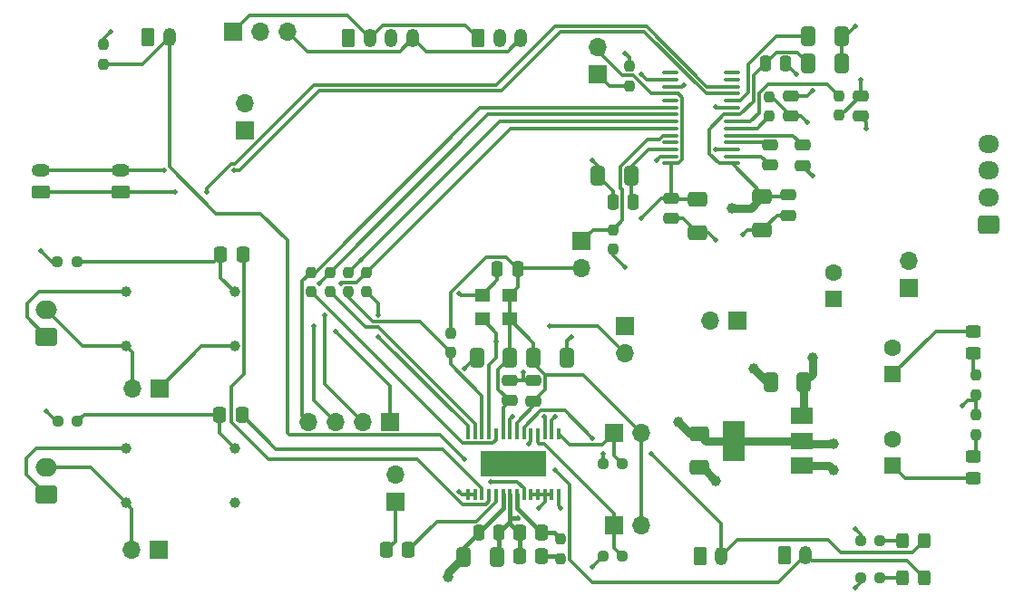
<source format=gbr>
%TF.GenerationSoftware,KiCad,Pcbnew,7.0.8*%
%TF.CreationDate,2024-11-14T21:46:59-08:00*%
%TF.ProjectId,CS8416-PCB5122,43533834-3136-42d5-9043-42353132322e,rev?*%
%TF.SameCoordinates,Original*%
%TF.FileFunction,Copper,L1,Top*%
%TF.FilePolarity,Positive*%
%FSLAX46Y46*%
G04 Gerber Fmt 4.6, Leading zero omitted, Abs format (unit mm)*
G04 Created by KiCad (PCBNEW 7.0.8) date 2024-11-14 21:46:59*
%MOMM*%
%LPD*%
G01*
G04 APERTURE LIST*
G04 Aperture macros list*
%AMRoundRect*
0 Rectangle with rounded corners*
0 $1 Rounding radius*
0 $2 $3 $4 $5 $6 $7 $8 $9 X,Y pos of 4 corners*
0 Add a 4 corners polygon primitive as box body*
4,1,4,$2,$3,$4,$5,$6,$7,$8,$9,$2,$3,0*
0 Add four circle primitives for the rounded corners*
1,1,$1+$1,$2,$3*
1,1,$1+$1,$4,$5*
1,1,$1+$1,$6,$7*
1,1,$1+$1,$8,$9*
0 Add four rect primitives between the rounded corners*
20,1,$1+$1,$2,$3,$4,$5,0*
20,1,$1+$1,$4,$5,$6,$7,0*
20,1,$1+$1,$6,$7,$8,$9,0*
20,1,$1+$1,$8,$9,$2,$3,0*%
G04 Aperture macros list end*
%TA.AperFunction,ComponentPad*%
%ADD10O,1.700000X1.700000*%
%TD*%
%TA.AperFunction,ComponentPad*%
%ADD11R,1.700000X1.700000*%
%TD*%
%TA.AperFunction,ComponentPad*%
%ADD12C,1.000000*%
%TD*%
%TA.AperFunction,SMDPad,CuDef*%
%ADD13RoundRect,0.250000X0.412500X0.650000X-0.412500X0.650000X-0.412500X-0.650000X0.412500X-0.650000X0*%
%TD*%
%TA.AperFunction,SMDPad,CuDef*%
%ADD14RoundRect,0.250000X-0.325000X-0.450000X0.325000X-0.450000X0.325000X0.450000X-0.325000X0.450000X0*%
%TD*%
%TA.AperFunction,SMDPad,CuDef*%
%ADD15RoundRect,0.250000X-0.650000X0.412500X-0.650000X-0.412500X0.650000X-0.412500X0.650000X0.412500X0*%
%TD*%
%TA.AperFunction,SMDPad,CuDef*%
%ADD16RoundRect,0.237500X0.237500X-0.250000X0.237500X0.250000X-0.237500X0.250000X-0.237500X-0.250000X0*%
%TD*%
%TA.AperFunction,ComponentPad*%
%ADD17R,1.600000X1.600000*%
%TD*%
%TA.AperFunction,ComponentPad*%
%ADD18C,1.600000*%
%TD*%
%TA.AperFunction,SMDPad,CuDef*%
%ADD19RoundRect,0.250000X-0.412500X-0.650000X0.412500X-0.650000X0.412500X0.650000X-0.412500X0.650000X0*%
%TD*%
%TA.AperFunction,SMDPad,CuDef*%
%ADD20RoundRect,0.250000X0.650000X-0.412500X0.650000X0.412500X-0.650000X0.412500X-0.650000X-0.412500X0*%
%TD*%
%TA.AperFunction,ComponentPad*%
%ADD21RoundRect,0.250000X0.725000X-0.600000X0.725000X0.600000X-0.725000X0.600000X-0.725000X-0.600000X0*%
%TD*%
%TA.AperFunction,ComponentPad*%
%ADD22O,1.950000X1.700000*%
%TD*%
%TA.AperFunction,SMDPad,CuDef*%
%ADD23R,0.400000X1.100000*%
%TD*%
%TA.AperFunction,SMDPad,CuDef*%
%ADD24R,1.542500X1.200000*%
%TD*%
%TA.AperFunction,SMDPad,CuDef*%
%ADD25RoundRect,0.237500X0.250000X0.237500X-0.250000X0.237500X-0.250000X-0.237500X0.250000X-0.237500X0*%
%TD*%
%TA.AperFunction,SMDPad,CuDef*%
%ADD26R,2.000000X1.500000*%
%TD*%
%TA.AperFunction,SMDPad,CuDef*%
%ADD27R,2.000000X3.800000*%
%TD*%
%TA.AperFunction,SMDPad,CuDef*%
%ADD28RoundRect,0.250000X-0.450000X0.325000X-0.450000X-0.325000X0.450000X-0.325000X0.450000X0.325000X0*%
%TD*%
%TA.AperFunction,SMDPad,CuDef*%
%ADD29RoundRect,0.250000X-0.337500X-0.475000X0.337500X-0.475000X0.337500X0.475000X-0.337500X0.475000X0*%
%TD*%
%TA.AperFunction,SMDPad,CuDef*%
%ADD30RoundRect,0.237500X-0.237500X0.250000X-0.237500X-0.250000X0.237500X-0.250000X0.237500X0.250000X0*%
%TD*%
%TA.AperFunction,SMDPad,CuDef*%
%ADD31RoundRect,0.237500X-0.250000X-0.237500X0.250000X-0.237500X0.250000X0.237500X-0.250000X0.237500X0*%
%TD*%
%TA.AperFunction,ComponentPad*%
%ADD32O,1.200000X1.750000*%
%TD*%
%TA.AperFunction,ComponentPad*%
%ADD33RoundRect,0.250000X-0.350000X-0.625000X0.350000X-0.625000X0.350000X0.625000X-0.350000X0.625000X0*%
%TD*%
%TA.AperFunction,SMDPad,CuDef*%
%ADD34RoundRect,0.100000X0.637500X0.100000X-0.637500X0.100000X-0.637500X-0.100000X0.637500X-0.100000X0*%
%TD*%
%TA.AperFunction,ComponentPad*%
%ADD35RoundRect,0.250000X0.750000X-0.600000X0.750000X0.600000X-0.750000X0.600000X-0.750000X-0.600000X0*%
%TD*%
%TA.AperFunction,ComponentPad*%
%ADD36O,2.000000X1.700000*%
%TD*%
%TA.AperFunction,SMDPad,CuDef*%
%ADD37RoundRect,0.250000X0.475000X-0.250000X0.475000X0.250000X-0.475000X0.250000X-0.475000X-0.250000X0*%
%TD*%
%TA.AperFunction,SMDPad,CuDef*%
%ADD38RoundRect,0.250000X0.250000X0.475000X-0.250000X0.475000X-0.250000X-0.475000X0.250000X-0.475000X0*%
%TD*%
%TA.AperFunction,ComponentPad*%
%ADD39O,1.750000X1.200000*%
%TD*%
%TA.AperFunction,ComponentPad*%
%ADD40RoundRect,0.250000X0.625000X-0.350000X0.625000X0.350000X-0.625000X0.350000X-0.625000X-0.350000X0*%
%TD*%
%TA.AperFunction,SMDPad,CuDef*%
%ADD41RoundRect,0.250000X-0.475000X0.250000X-0.475000X-0.250000X0.475000X-0.250000X0.475000X0.250000X0*%
%TD*%
%TA.AperFunction,SMDPad,CuDef*%
%ADD42RoundRect,0.250000X-0.250000X-0.475000X0.250000X-0.475000X0.250000X0.475000X-0.250000X0.475000X0*%
%TD*%
%TA.AperFunction,SMDPad,CuDef*%
%ADD43RoundRect,0.250000X0.450000X-0.325000X0.450000X0.325000X-0.450000X0.325000X-0.450000X-0.325000X0*%
%TD*%
%TA.AperFunction,SMDPad,CuDef*%
%ADD44R,1.400000X1.200000*%
%TD*%
%TA.AperFunction,ViaPad*%
%ADD45C,0.500000*%
%TD*%
%TA.AperFunction,ViaPad*%
%ADD46C,1.000000*%
%TD*%
%TA.AperFunction,Conductor*%
%ADD47C,0.300000*%
%TD*%
%TA.AperFunction,Conductor*%
%ADD48C,0.400000*%
%TD*%
%TA.AperFunction,Conductor*%
%ADD49C,0.800000*%
%TD*%
G04 APERTURE END LIST*
D10*
%TO.P,J11,2,Pin_2*%
%TO.N,3V3*%
X107513748Y-114215000D03*
D11*
%TO.P,J11,1,Pin_1*%
%TO.N,Net-(J11-Pin_1)*%
X107513748Y-116755000D03*
%TD*%
D12*
%TO.P,T2,1,AA*%
%TO.N,SPDIF2_IN*%
X63433748Y-151715000D03*
%TO.P,T2,2,AB*%
%TO.N,SPDIF2_GND*%
X63433748Y-156795000D03*
%TO.P,T2,3,SA*%
%TO.N,AGND*%
X73593748Y-156795000D03*
%TO.P,T2,4,SB*%
%TO.N,SPDIF2*%
X73593748Y-151715000D03*
%TD*%
D13*
%TO.P,C18,2*%
%TO.N,GND*%
X107513748Y-126255000D03*
%TO.P,C18,1*%
%TO.N,Net-(U2-LDOO)*%
X110638748Y-126255000D03*
%TD*%
D14*
%TO.P,D3,1,K*%
%TO.N,Net-(D3-K)*%
X135901248Y-160355000D03*
%TO.P,D3,2,A*%
%TO.N,GPO0*%
X137951248Y-160355000D03*
%TD*%
D11*
%TO.P,J14,1,Pin_1*%
%TO.N,I2S_DATA*%
X88093748Y-149255000D03*
D10*
%TO.P,J14,2,Pin_2*%
%TO.N,I2S_LRCLK*%
X85553748Y-149255000D03*
%TO.P,J14,3,Pin_3*%
%TO.N,I2S_BCLK*%
X83013748Y-149255000D03*
%TO.P,J14,4,Pin_4*%
%TO.N,I2S_SCLK*%
X80473748Y-149255000D03*
%TD*%
D15*
%TO.P,C13,2*%
%TO.N,GND*%
X122833748Y-131331248D03*
%TO.P,C13,1*%
%TO.N,3V3A*%
X122833748Y-128206248D03*
%TD*%
D16*
%TO.P,R2,2*%
%TO.N,Net-(D2-K)*%
X142778748Y-144850834D03*
%TO.P,R2,1*%
%TO.N,GND*%
X142778748Y-146675834D03*
%TD*%
D13*
%TO.P,C21,1*%
%TO.N,GND*%
X104608748Y-143205000D03*
%TO.P,C21,2*%
%TO.N,3V3*%
X101483748Y-143205000D03*
%TD*%
D11*
%TO.P,J13,1,Pin_1*%
%TO.N,GND*%
X110013748Y-140255000D03*
D10*
%TO.P,J13,2,Pin_2*%
%TO.N,OMCK*%
X110013748Y-142795000D03*
%TD*%
%TO.P,J4,3,Pin_3*%
%TO.N,OUTR*%
X78568748Y-112755000D03*
%TO.P,J4,2,Pin_2*%
%TO.N,AGND*%
X76028748Y-112755000D03*
D11*
%TO.P,J4,1,Pin_1*%
%TO.N,OUTL*%
X73488748Y-112755000D03*
%TD*%
D17*
%TO.P,C14,1*%
%TO.N,3V3A*%
X135013748Y-153337379D03*
D18*
%TO.P,C14,2*%
%TO.N,GND*%
X135013748Y-150837379D03*
%TD*%
D19*
%TO.P,C22,1*%
%TO.N,GND*%
X96183748Y-143205000D03*
%TO.P,C22,2*%
%TO.N,3V3*%
X99308748Y-143205000D03*
%TD*%
D20*
%TO.P,C7,2*%
%TO.N,3V3A*%
X116979036Y-150382343D03*
%TO.P,C7,1*%
%TO.N,GND*%
X116979036Y-153507343D03*
%TD*%
D19*
%TO.P,C2,2*%
%TO.N,5V*%
X126741536Y-145544843D03*
%TO.P,C2,1*%
%TO.N,GND*%
X123616536Y-145544843D03*
%TD*%
D21*
%TO.P,J6,1,Pin_1*%
%TO.N,unconnected-(J6-Pin_1-Pad1)*%
X144013748Y-130755000D03*
D22*
%TO.P,J6,2,Pin_2*%
%TO.N,3V3*%
X144013748Y-128255000D03*
%TO.P,J6,3,Pin_3*%
%TO.N,GND*%
X144013748Y-125755000D03*
%TO.P,J6,4,Pin_4*%
%TO.N,5V*%
X144013748Y-123255000D03*
%TD*%
D23*
%TO.P,U3,1,RXP3*%
%TO.N,AGND*%
X95387050Y-156018110D03*
%TO.P,U3,2,RXP2*%
X96037050Y-156018110D03*
%TO.P,U3,3,RXP1*%
%TO.N,Net-(U3-RXP1)*%
X96687050Y-156018110D03*
%TO.P,U3,4,RXP0*%
%TO.N,Net-(U3-RXP0)*%
X97337050Y-156018110D03*
%TO.P,U3,5,RXN*%
%TO.N,Net-(U3-RXN)*%
X97987050Y-156018110D03*
%TO.P,U3,6,VA*%
%TO.N,3V3A*%
X98637050Y-156018110D03*
%TO.P,U3,7,AGND*%
%TO.N,AGND*%
X99287050Y-156018110D03*
%TO.P,U3,8,FILT*%
%TO.N,Net-(U3-FILT)*%
X99937050Y-156018110D03*
%TO.P,U3,9,~{RESET}*%
%TO.N,RESET*%
X100587050Y-156018110D03*
%TO.P,U3,10,RXP4/RXSEL1*%
%TO.N,AGND*%
X101237050Y-156018110D03*
%TO.P,U3,11,RXP5/RXSEL0*%
X101887050Y-156018110D03*
%TO.P,U3,12,RXP6/TXSEL1*%
X102537050Y-156018110D03*
%TO.P,U3,13,RXP7/TXSEL0*%
X103187050Y-156018110D03*
%TO.P,U3,14,AD0/~{CS}/NV/RERR*%
%TO.N,GND*%
X103837050Y-156018110D03*
%TO.P,U3,15,AD1/CDIN/~{AUDIO}*%
%TO.N,Net-(J15-Pin_1)*%
X103837050Y-150318110D03*
%TO.P,U3,16,SCL/CCLK/96KHZ*%
%TO.N,SCL*%
X103187050Y-150318110D03*
%TO.P,U3,17,SDA/CDOUT/RCBL*%
%TO.N,SDA*%
X102537050Y-150318110D03*
%TO.P,U3,18,U/AD2/GPO2*%
%TO.N,Net-(J18-Pin_1)*%
X101887050Y-150318110D03*
%TO.P,U3,19,C/GPO1*%
%TO.N,GPO1*%
X101237050Y-150318110D03*
%TO.P,U3,20,TX/GPO0*%
%TO.N,GPO0*%
X100587050Y-150318110D03*
%TO.P,U3,21,VL*%
%TO.N,3V3*%
X99937050Y-150318110D03*
%TO.P,U3,22,DGND*%
%TO.N,GND*%
X99287050Y-150318110D03*
%TO.P,U3,23,VD*%
%TO.N,3V3*%
X98637050Y-150318110D03*
%TO.P,U3,24,RMCK*%
%TO.N,Net-(U3-RMCK)*%
X97987050Y-150318110D03*
%TO.P,U3,25,OMCK*%
%TO.N,OMCK*%
X97337050Y-150318110D03*
%TO.P,U3,26,SDOUT*%
%TO.N,Net-(U3-SDOUT)*%
X96687050Y-150318110D03*
%TO.P,U3,27,OSCLK*%
%TO.N,Net-(U3-OSCLK)*%
X96037050Y-150318110D03*
%TO.P,U3,28,OLRCK*%
%TO.N,Net-(U3-OLRCK)*%
X95387050Y-150318110D03*
D24*
%TO.P,U3,29*%
%TO.N,N/C*%
X97298300Y-153768110D03*
X98840800Y-153768110D03*
X100383300Y-153768110D03*
X101925800Y-153768110D03*
X97298300Y-152568110D03*
X98840800Y-152568110D03*
X100383300Y-152568110D03*
X101925800Y-152568110D03*
%TD*%
D16*
%TO.P,R6,2*%
%TO.N,GND*%
X110413748Y-116002500D03*
%TO.P,R6,1*%
%TO.N,Net-(J11-Pin_1)*%
X110413748Y-117827500D03*
%TD*%
%TO.P,R3,2*%
%TO.N,OUTL*%
X123513748Y-118842500D03*
%TO.P,R3,1*%
%TO.N,Net-(U2-OUTL)*%
X123513748Y-120667500D03*
%TD*%
D25*
%TO.P,R16,2*%
%TO.N,GND*%
X107951248Y-161780000D03*
%TO.P,R16,1*%
%TO.N,Net-(J18-Pin_1)*%
X109776248Y-161780000D03*
%TD*%
D26*
%TO.P,U1,3,VI*%
%TO.N,5V*%
X126515288Y-148689843D03*
D27*
%TO.P,U1,2,VO*%
%TO.N,3V3A*%
X120215288Y-150989843D03*
D26*
X126515288Y-150989843D03*
%TO.P,U1,1,GND*%
%TO.N,GND*%
X126515288Y-153289843D03*
%TD*%
D13*
%TO.P,C5,2*%
%TO.N,Net-(U2-VCOM{slash}DEMP)*%
X127151248Y-113155000D03*
%TO.P,C5,1*%
%TO.N,AGND*%
X130276248Y-113155000D03*
%TD*%
D12*
%TO.P,T1,1,AA*%
%TO.N,SPDIF1_IN*%
X63458748Y-137065000D03*
%TO.P,T1,2,AB*%
%TO.N,SPDIF1_GND*%
X63458748Y-142145000D03*
%TO.P,T1,3,SA*%
%TO.N,AGND*%
X73618748Y-142145000D03*
%TO.P,T1,4,SB*%
%TO.N,SPDIF1*%
X73618748Y-137065000D03*
%TD*%
D28*
%TO.P,D1,2,A*%
%TO.N,3V3A*%
X142513748Y-154510000D03*
%TO.P,D1,1,K*%
%TO.N,Net-(D1-K)*%
X142513748Y-152460000D03*
%TD*%
D29*
%TO.P,C29,1*%
%TO.N,AGND*%
X100176248Y-161805000D03*
%TO.P,C29,2*%
%TO.N,Net-(C29-Pad2)*%
X102251248Y-161805000D03*
%TD*%
D30*
%TO.P,R1,2*%
%TO.N,Net-(D1-K)*%
X142778748Y-150414167D03*
%TO.P,R1,1*%
%TO.N,GND*%
X142778748Y-148589167D03*
%TD*%
D31*
%TO.P,R8,1*%
%TO.N,AGND*%
X57038748Y-134255000D03*
%TO.P,R8,2*%
%TO.N,SPDIF1*%
X58863748Y-134255000D03*
%TD*%
D16*
%TO.P,R9,1*%
%TO.N,Net-(U3-RMCK)*%
X80723748Y-137080000D03*
%TO.P,R9,2*%
%TO.N,I2S_SCLK*%
X80723748Y-135255000D03*
%TD*%
D32*
%TO.P,J1,4,Pin_4*%
%TO.N,OUTR*%
X90213748Y-113355000D03*
%TO.P,J1,3,Pin_3*%
%TO.N,AGND_OUT*%
X88213748Y-113355000D03*
%TO.P,J1,2,Pin_2*%
%TO.N,OUTL*%
X86213748Y-113355000D03*
D33*
%TO.P,J1,1,Pin_1*%
%TO.N,AGND_OUT*%
X84213748Y-113355000D03*
%TD*%
D34*
%TO.P,U2,28,DVDD*%
%TO.N,3V3*%
X114288748Y-125055000D03*
%TO.P,U2,27,DGND*%
%TO.N,GND*%
X114288748Y-124405000D03*
%TO.P,U2,26,LDOO*%
%TO.N,Net-(U2-LDOO)*%
X114288748Y-123755000D03*
%TO.P,U2,25,XSMT*%
%TO.N,unconnected-(U2-XSMT-Pad25)*%
X114288748Y-123105000D03*
%TO.P,U2,24,ADR1/MISO/FMT*%
%TO.N,Net-(J12-Pin_1)*%
X114288748Y-122455000D03*
%TO.P,U2,23,LRCK*%
%TO.N,I2S_LRCLK*%
X114288748Y-121805000D03*
%TO.P,U2,22,DIN*%
%TO.N,I2S_DATA*%
X114288748Y-121155000D03*
%TO.P,U2,21,BCK*%
%TO.N,I2S_BCLK*%
X114288748Y-120505000D03*
%TO.P,U2,20,SCK*%
%TO.N,I2S_SCLK*%
X114288748Y-119855000D03*
%TO.P,U2,19,GPIO6/FLT*%
%TO.N,unconnected-(U2-GPIO6{slash}FLT-Pad19)*%
X114288748Y-119205000D03*
%TO.P,U2,18,MODE2/MS*%
%TO.N,3V3*%
X114288748Y-118555000D03*
%TO.P,U2,17,MODE1*%
%TO.N,GND*%
X114288748Y-117905000D03*
%TO.P,U2,16,ADR2/GPIO2/DOUT*%
%TO.N,Net-(J11-Pin_1)*%
X114288748Y-117255000D03*
%TO.P,U2,15,GPIO3/AGNS*%
%TO.N,unconnected-(U2-GPIO3{slash}AGNS-Pad15)*%
X114288748Y-116605000D03*
%TO.P,U2,14,GPIO4/MAST*%
%TO.N,unconnected-(U2-GPIO4{slash}MAST-Pad14)*%
X120013748Y-116605000D03*
%TO.P,U2,13,GPIO5/ATT0*%
%TO.N,unconnected-(U2-GPIO5{slash}ATT0-Pad13)*%
X120013748Y-117255000D03*
%TO.P,U2,12,SCL/MC/ATT1*%
%TO.N,SCL*%
X120013748Y-117905000D03*
%TO.P,U2,11,SDA/MOSI/ATT2*%
%TO.N,SDA*%
X120013748Y-118555000D03*
%TO.P,U2,10,VCOM/DEMP*%
%TO.N,Net-(U2-VCOM{slash}DEMP)*%
X120013748Y-119205000D03*
%TO.P,U2,9,AGND*%
%TO.N,AGND*%
X120013748Y-119855000D03*
%TO.P,U2,8,AVDD*%
%TO.N,3V3A*%
X120013748Y-120505000D03*
%TO.P,U2,7,OUTR*%
%TO.N,Net-(U2-OUTR)*%
X120013748Y-121155000D03*
%TO.P,U2,6,OUTL*%
%TO.N,Net-(U2-OUTL)*%
X120013748Y-121805000D03*
%TO.P,U2,5,VNEG*%
%TO.N,Net-(U2-VNEG)*%
X120013748Y-122455000D03*
%TO.P,U2,4,CAPM*%
%TO.N,Net-(U2-CAPM)*%
X120013748Y-123105000D03*
%TO.P,U2,3,CPGND*%
%TO.N,AGND*%
X120013748Y-123755000D03*
%TO.P,U2,2,CAPP*%
%TO.N,Net-(U2-CAPP)*%
X120013748Y-124405000D03*
%TO.P,U2,1,CPVDD*%
%TO.N,3V3A*%
X120013748Y-125055000D03*
%TD*%
D16*
%TO.P,R13,1*%
%TO.N,Net-(U3-SDOUT)*%
X93763748Y-142755000D03*
%TO.P,R13,2*%
%TO.N,3V3*%
X93763748Y-140930000D03*
%TD*%
%TO.P,R12,1*%
%TO.N,Net-(U3-OLRCK)*%
X85923748Y-137080000D03*
%TO.P,R12,2*%
%TO.N,I2S_LRCLK*%
X85923748Y-135255000D03*
%TD*%
D10*
%TO.P,J3,2,Pin_2*%
%TO.N,AGND_OUT*%
X74513748Y-119455000D03*
D11*
%TO.P,J3,1,Pin_1*%
%TO.N,AGND*%
X74513748Y-121995000D03*
%TD*%
D16*
%TO.P,R5,1*%
%TO.N,RESET*%
X61313748Y-115767500D03*
%TO.P,R5,2*%
%TO.N,GND*%
X61313748Y-113942500D03*
%TD*%
D35*
%TO.P,J16,1,Pin_1*%
%TO.N,SPDIF1_IN*%
X56013748Y-141255000D03*
D36*
%TO.P,J16,2,Pin_2*%
%TO.N,SPDIF1_GND*%
X56013748Y-138755000D03*
%TD*%
D37*
%TO.P,C11,2*%
%TO.N,Net-(U2-CAPM)*%
X123533748Y-123318748D03*
%TO.P,C11,1*%
%TO.N,Net-(U2-CAPP)*%
X123533748Y-125218748D03*
%TD*%
D10*
%TO.P,J8,2,Pin_2*%
%TO.N,GND*%
X136513748Y-134215000D03*
D11*
%TO.P,J8,1,Pin_1*%
%TO.N,AGND*%
X136513748Y-136755000D03*
%TD*%
D37*
%TO.P,C16,2*%
%TO.N,3V3*%
X114333748Y-128331248D03*
%TO.P,C16,1*%
%TO.N,GND*%
X114333748Y-130231248D03*
%TD*%
D31*
%TO.P,R18,1*%
%TO.N,GND*%
X132013748Y-160355000D03*
%TO.P,R18,2*%
%TO.N,Net-(D3-K)*%
X133838748Y-160355000D03*
%TD*%
D38*
%TO.P,C12,2*%
%TO.N,3V3A*%
X123113748Y-115755000D03*
%TO.P,C12,1*%
%TO.N,AGND*%
X125013748Y-115755000D03*
%TD*%
D10*
%TO.P,J17,2,Pin_2*%
%TO.N,GND*%
X88576248Y-154165000D03*
D11*
%TO.P,J17,1,Pin_1*%
%TO.N,AGND*%
X88576248Y-156705000D03*
%TD*%
D37*
%TO.P,C9,2*%
%TO.N,Net-(U2-VNEG)*%
X126633748Y-123368748D03*
%TO.P,C9,1*%
%TO.N,AGND*%
X126633748Y-125268748D03*
%TD*%
D10*
%TO.P,J18,2,Pin_2*%
%TO.N,3V3*%
X111553748Y-158880000D03*
D11*
%TO.P,J18,1,Pin_1*%
%TO.N,Net-(J18-Pin_1)*%
X109013748Y-158880000D03*
%TD*%
D25*
%TO.P,R14,2*%
%TO.N,GND*%
X107951248Y-153155000D03*
%TO.P,R14,1*%
%TO.N,Net-(J15-Pin_1)*%
X109776248Y-153155000D03*
%TD*%
D16*
%TO.P,R10,1*%
%TO.N,Net-(U3-OSCLK)*%
X82513748Y-137080000D03*
%TO.P,R10,2*%
%TO.N,I2S_BCLK*%
X82513748Y-135255000D03*
%TD*%
D31*
%TO.P,R19,1*%
%TO.N,GND*%
X132013748Y-163855000D03*
%TO.P,R19,2*%
%TO.N,Net-(D4-K)*%
X133838748Y-163855000D03*
%TD*%
D19*
%TO.P,C30,1*%
%TO.N,3V3A*%
X94951248Y-161905000D03*
%TO.P,C30,2*%
%TO.N,AGND*%
X98076248Y-161905000D03*
%TD*%
D39*
%TO.P,J7,2,Pin_2*%
%TO.N,SDA*%
X55463748Y-125755000D03*
D40*
%TO.P,J7,1,Pin_1*%
%TO.N,SCL*%
X55463748Y-127755000D03*
%TD*%
D41*
%TO.P,C24,1*%
%TO.N,GND*%
X101495800Y-145368110D03*
%TO.P,C24,2*%
%TO.N,3V3*%
X101495800Y-147268110D03*
%TD*%
%TO.P,C23,1*%
%TO.N,GND*%
X99246248Y-145355000D03*
%TO.P,C23,2*%
%TO.N,3V3*%
X99246248Y-147255000D03*
%TD*%
D29*
%TO.P,C28,1*%
%TO.N,AGND*%
X100176248Y-159605000D03*
%TO.P,C28,2*%
%TO.N,Net-(U3-FILT)*%
X102251248Y-159605000D03*
%TD*%
D41*
%TO.P,C3,2*%
%TO.N,OUTL*%
X125513748Y-120655000D03*
%TO.P,C3,1*%
%TO.N,AGND*%
X125513748Y-118755000D03*
%TD*%
D10*
%TO.P,J15,2,Pin_2*%
%TO.N,3V3*%
X111553748Y-150255000D03*
D11*
%TO.P,J15,1,Pin_1*%
%TO.N,Net-(J15-Pin_1)*%
X109013748Y-150255000D03*
%TD*%
D30*
%TO.P,R17,1*%
%TO.N,Net-(U3-FILT)*%
X104013748Y-160192500D03*
%TO.P,R17,2*%
%TO.N,Net-(C29-Pad2)*%
X104013748Y-162017500D03*
%TD*%
D29*
%TO.P,C25,2*%
%TO.N,Net-(U3-RXN)*%
X89813748Y-161230000D03*
%TO.P,C25,1*%
%TO.N,AGND*%
X87738748Y-161230000D03*
%TD*%
D16*
%TO.P,R11,1*%
%TO.N,Net-(U3-SDOUT)*%
X84223748Y-137080000D03*
%TO.P,R11,2*%
%TO.N,I2S_DATA*%
X84223748Y-135255000D03*
%TD*%
D13*
%TO.P,C6,2*%
%TO.N,3V3A*%
X127151248Y-115755000D03*
%TO.P,C6,1*%
%TO.N,AGND*%
X130276248Y-115755000D03*
%TD*%
D38*
%TO.P,C27,1*%
%TO.N,AGND*%
X98263748Y-159605000D03*
%TO.P,C27,2*%
%TO.N,3V3A*%
X96363748Y-159605000D03*
%TD*%
D14*
%TO.P,D4,1,K*%
%TO.N,Net-(D4-K)*%
X135901248Y-163855000D03*
%TO.P,D4,2,A*%
%TO.N,GPO1*%
X137951248Y-163855000D03*
%TD*%
D42*
%TO.P,C17,2*%
%TO.N,Net-(U2-LDOO)*%
X110826248Y-128655000D03*
%TO.P,C17,1*%
%TO.N,GND*%
X108926248Y-128655000D03*
%TD*%
D10*
%TO.P,J12,2,Pin_2*%
%TO.N,3V3*%
X105988748Y-134870000D03*
D11*
%TO.P,J12,1,Pin_1*%
%TO.N,Net-(J12-Pin_1)*%
X105988748Y-132330000D03*
%TD*%
%TO.P,J9,1,Pin_1*%
%TO.N,AGND*%
X120553748Y-139755000D03*
D10*
%TO.P,J9,2,Pin_2*%
%TO.N,GND*%
X118013748Y-139755000D03*
%TD*%
D17*
%TO.P,C8,1*%
%TO.N,3V3*%
X135013748Y-144796189D03*
D18*
%TO.P,C8,2*%
%TO.N,GND*%
X135013748Y-142296189D03*
%TD*%
D43*
%TO.P,D2,2,A*%
%TO.N,3V3*%
X142513748Y-140755000D03*
%TO.P,D2,1,K*%
%TO.N,Net-(D2-K)*%
X142513748Y-142805000D03*
%TD*%
D35*
%TO.P,J20,1,Pin_1*%
%TO.N,SPDIF2_IN*%
X55988748Y-156005000D03*
D36*
%TO.P,J20,2,Pin_2*%
%TO.N,SPDIF2_GND*%
X55988748Y-153505000D03*
%TD*%
D31*
%TO.P,R15,1*%
%TO.N,AGND*%
X57101248Y-149170000D03*
%TO.P,R15,2*%
%TO.N,SPDIF2*%
X58926248Y-149170000D03*
%TD*%
D33*
%TO.P,J22,1,Pin_1*%
%TO.N,GND*%
X124913748Y-161705000D03*
D32*
%TO.P,J22,2,Pin_2*%
%TO.N,GPO1*%
X126913748Y-161705000D03*
%TD*%
D33*
%TO.P,J10,1,Pin_1*%
%TO.N,GND*%
X65513748Y-113255000D03*
D32*
%TO.P,J10,2,Pin_2*%
%TO.N,RESET*%
X67513748Y-113255000D03*
%TD*%
D17*
%TO.P,C1,1*%
%TO.N,5V*%
X129513748Y-137755000D03*
D18*
%TO.P,C1,2*%
%TO.N,GND*%
X129513748Y-135255000D03*
%TD*%
D37*
%TO.P,C10,2*%
%TO.N,3V3A*%
X125233748Y-128018748D03*
%TO.P,C10,1*%
%TO.N,GND*%
X125233748Y-129918748D03*
%TD*%
D29*
%TO.P,C26,1*%
%TO.N,SPDIF2*%
X72176248Y-148555000D03*
%TO.P,C26,2*%
%TO.N,Net-(U3-RXP1)*%
X74251248Y-148555000D03*
%TD*%
D15*
%TO.P,C15,2*%
%TO.N,GND*%
X116833748Y-131581248D03*
%TO.P,C15,1*%
%TO.N,3V3*%
X116833748Y-128456248D03*
%TD*%
D44*
%TO.P,X1,1,Vctrl*%
%TO.N,3V3*%
X99246248Y-137405000D03*
%TO.P,X1,2,GND*%
%TO.N,GND*%
X96706248Y-137405000D03*
%TO.P,X1,3,OUT*%
%TO.N,OMCK*%
X96706248Y-139605000D03*
%TO.P,X1,4,V+*%
%TO.N,3V3*%
X99246248Y-139605000D03*
%TD*%
D38*
%TO.P,C19,1*%
%TO.N,3V3*%
X100026248Y-134905000D03*
%TO.P,C19,2*%
%TO.N,GND*%
X98126248Y-134905000D03*
%TD*%
D30*
%TO.P,R4,2*%
%TO.N,OUTR*%
X130013748Y-120580000D03*
%TO.P,R4,1*%
%TO.N,Net-(U2-OUTR)*%
X130013748Y-118755000D03*
%TD*%
D11*
%TO.P,J23,1,Pin_1*%
%TO.N,AGND*%
X66540000Y-161160000D03*
D10*
%TO.P,J23,2,Pin_2*%
%TO.N,SPDIF2_GND*%
X64000000Y-161160000D03*
%TD*%
D11*
%TO.P,J19,1,Pin_1*%
%TO.N,AGND*%
X66565000Y-146105000D03*
D10*
%TO.P,J19,2,Pin_2*%
%TO.N,SPDIF1_GND*%
X64025000Y-146105000D03*
%TD*%
D30*
%TO.P,R7,2*%
%TO.N,GND*%
X108888748Y-133095000D03*
%TO.P,R7,1*%
%TO.N,Net-(J12-Pin_1)*%
X108888748Y-131270000D03*
%TD*%
D32*
%TO.P,J2,3,Pin_3*%
%TO.N,OUTR*%
X100313748Y-113355000D03*
%TO.P,J2,2,Pin_2*%
%TO.N,AGND_OUT*%
X98313748Y-113355000D03*
D33*
%TO.P,J2,1,Pin_1*%
%TO.N,OUTL*%
X96313748Y-113355000D03*
%TD*%
D39*
%TO.P,J5,2,Pin_2*%
%TO.N,SDA*%
X62963748Y-125755000D03*
D40*
%TO.P,J5,1,Pin_1*%
%TO.N,SCL*%
X62963748Y-127755000D03*
%TD*%
D33*
%TO.P,J21,1,Pin_1*%
%TO.N,GND*%
X117013748Y-161755000D03*
D32*
%TO.P,J21,2,Pin_2*%
%TO.N,GPO0*%
X119013748Y-161755000D03*
%TD*%
D37*
%TO.P,C4,2*%
%TO.N,OUTR*%
X132013748Y-118767500D03*
%TO.P,C4,1*%
%TO.N,AGND*%
X132013748Y-120667500D03*
%TD*%
D29*
%TO.P,C20,1*%
%TO.N,SPDIF1*%
X72301248Y-133605000D03*
%TO.P,C20,2*%
%TO.N,Net-(U3-RXP0)*%
X74376248Y-133605000D03*
%TD*%
D45*
%TO.N,SDA*%
X102513748Y-148755000D03*
%TO.N,SCL*%
X103513748Y-148755000D03*
%TO.N,OMCK*%
X103013748Y-140255000D03*
X98013748Y-141755000D03*
%TO.N,AGND*%
X100013748Y-158255000D03*
X102013748Y-157255000D03*
%TO.N,GND*%
X104013748Y-157255000D03*
%TO.N,3V3*%
X111513748Y-130195000D03*
%TO.N,GND*%
X113013748Y-124755000D03*
%TO.N,Net-(J11-Pin_1)*%
X111513748Y-116755000D03*
%TO.N,SDA*%
X73513748Y-125755000D03*
X67013748Y-125755000D03*
%TO.N,SCL*%
X71013748Y-127755000D03*
X68013748Y-127755000D03*
%TO.N,GND*%
X115513748Y-117755000D03*
X110013748Y-114755000D03*
D46*
%TO.N,3V3A*%
X93513748Y-163755000D03*
X120013748Y-129255000D03*
X115013748Y-149255000D03*
D45*
%TO.N,GND*%
X62013748Y-112755000D03*
%TO.N,RESET*%
X95013748Y-152755000D03*
X97513748Y-154817610D03*
%TO.N,GPO1*%
X101014297Y-151255937D03*
X103513748Y-153755000D03*
%TO.N,GPO0*%
X112513748Y-152255000D03*
X107013748Y-150755000D03*
%TO.N,GND*%
X131513748Y-164755000D03*
X131513748Y-159255000D03*
X141513748Y-147755000D03*
D46*
X118513748Y-154755000D03*
X129513748Y-153755000D03*
X122013748Y-144255000D03*
%TO.N,5V*%
X127513748Y-143255000D03*
%TO.N,3V3A*%
X129513748Y-151255000D03*
D45*
%TO.N,I2S_DATA*%
X83013748Y-140755000D03*
X85368748Y-134110000D03*
%TO.N,I2S_LRCLK*%
X82013748Y-139255000D03*
X83513748Y-136255000D03*
%TO.N,I2S_BCLK*%
X81013748Y-140255000D03*
X81513748Y-136255000D03*
%TO.N,AGND*%
X94513748Y-155755000D03*
%TO.N,Net-(U3-OLRCK)*%
X87013748Y-139255000D03*
X87013748Y-141255000D03*
%TO.N,GND*%
X99513748Y-148755000D03*
X94513748Y-137255000D03*
X105013748Y-141255000D03*
X95013748Y-144255000D03*
X100513748Y-144555000D03*
X110013748Y-134755000D03*
X121013748Y-131755000D03*
X118513748Y-132255000D03*
X107013748Y-124755000D03*
%TO.N,OUTL*%
X127013748Y-121255000D03*
%TO.N,OUTR*%
X132013748Y-117255000D03*
%TO.N,AGND*%
X127513748Y-118255000D03*
X118513748Y-123755000D03*
X118513748Y-119755000D03*
X126013748Y-116755000D03*
X131513748Y-112255000D03*
X132566781Y-121808033D03*
X127513748Y-126255000D03*
%TO.N,GND*%
X108013748Y-152255000D03*
X107013748Y-162755000D03*
%TO.N,AGND*%
X56013748Y-148255000D03*
X55513748Y-133255000D03*
%TD*%
D47*
%TO.N,GND*%
X100513748Y-145355000D02*
X100513748Y-144555000D01*
%TO.N,SPDIF2_IN*%
X55988748Y-156005000D02*
X54113748Y-154130000D01*
X54113748Y-154130000D02*
X54113748Y-152655000D01*
X54113748Y-152655000D02*
X55053748Y-151715000D01*
X55053748Y-151715000D02*
X63433748Y-151715000D01*
%TO.N,SPDIF1_IN*%
X56013748Y-141255000D02*
X54213748Y-139455000D01*
X54213748Y-139455000D02*
X54213748Y-138155000D01*
X54213748Y-138155000D02*
X55303748Y-137065000D01*
X55303748Y-137065000D02*
X63458748Y-137065000D01*
%TO.N,OUTL*%
X73488748Y-112755000D02*
X74988748Y-111255000D01*
X74988748Y-111255000D02*
X84113748Y-111255000D01*
X84113748Y-111255000D02*
X86213748Y-113355000D01*
%TO.N,OUTR*%
X90213748Y-113355000D02*
X88988748Y-114580000D01*
X88988748Y-114580000D02*
X80393748Y-114580000D01*
X80393748Y-114580000D02*
X78568748Y-112755000D01*
X100313748Y-113355000D02*
X99088748Y-114580000D01*
X99088748Y-114580000D02*
X91438748Y-114580000D01*
X91438748Y-114580000D02*
X90213748Y-113355000D01*
%TO.N,OUTL*%
X86213748Y-113355000D02*
X87438748Y-112130000D01*
X87438748Y-112130000D02*
X95088748Y-112130000D01*
X95088748Y-112130000D02*
X96313748Y-113355000D01*
%TO.N,SDA*%
X102537050Y-150318110D02*
X102537050Y-148778302D01*
X102537050Y-148778302D02*
X102513748Y-148755000D01*
%TO.N,GPO0*%
X100587050Y-149723134D02*
X100587050Y-150318110D01*
X102155184Y-148155000D02*
X100587050Y-149723134D01*
X104413748Y-148155000D02*
X102155184Y-148155000D01*
X107013748Y-150755000D02*
X104413748Y-148155000D01*
%TO.N,SCL*%
X103187050Y-150318110D02*
X103187050Y-149081698D01*
X103187050Y-149081698D02*
X103513748Y-148755000D01*
%TO.N,Net-(J15-Pin_1)*%
X109013748Y-150255000D02*
X107913748Y-151355000D01*
X107913748Y-151355000D02*
X104873940Y-151355000D01*
X104873940Y-151355000D02*
X103837050Y-150318110D01*
%TO.N,3V3*%
X111553748Y-150255000D02*
X106168328Y-144869580D01*
X106168328Y-144869580D02*
X102570800Y-144869580D01*
%TO.N,OMCK*%
X110013748Y-142795000D02*
X107473748Y-140255000D01*
X107473748Y-140255000D02*
X103013748Y-140255000D01*
X98013748Y-140912500D02*
X98013748Y-141755000D01*
X98013748Y-141755000D02*
X98013748Y-143255000D01*
D48*
%TO.N,Net-(U3-FILT)*%
X102251248Y-159573261D02*
X102251248Y-159605000D01*
X99937050Y-157259063D02*
X102251248Y-159573261D01*
%TO.N,AGND*%
X99287050Y-158255000D02*
X100013748Y-158255000D01*
%TO.N,Net-(U3-FILT)*%
X99937050Y-156018110D02*
X99937050Y-157259063D01*
%TO.N,3V3A*%
X98637050Y-157331698D02*
X98637050Y-156018110D01*
X96363748Y-159605000D02*
X98637050Y-157331698D01*
D47*
%TO.N,AGND*%
X102537050Y-156018110D02*
X102537050Y-156731698D01*
X102537050Y-156731698D02*
X102013748Y-157255000D01*
X101887050Y-156018110D02*
X102537050Y-156018110D01*
X101237050Y-156018110D02*
X101887050Y-156018110D01*
X103187050Y-156018110D02*
X102537050Y-156018110D01*
%TO.N,GND*%
X103837050Y-156018110D02*
X103837050Y-157078302D01*
X103837050Y-157078302D02*
X104013748Y-157255000D01*
%TO.N,3V3A*%
X122013748Y-119242500D02*
X120751248Y-120505000D01*
X123113748Y-115755000D02*
X122013748Y-116855000D01*
%TO.N,Net-(U2-VCOM{slash}DEMP)*%
X121513748Y-115781470D02*
X124140218Y-113155000D01*
X124140218Y-113155000D02*
X127151248Y-113155000D01*
%TO.N,3V3A*%
X122013748Y-116855000D02*
X122013748Y-119242500D01*
X120751248Y-120505000D02*
X120013748Y-120505000D01*
%TO.N,Net-(U2-VCOM{slash}DEMP)*%
X120013748Y-119205000D02*
X120751248Y-119205000D01*
X120751248Y-119205000D02*
X121513748Y-118442500D01*
X121513748Y-118442500D02*
X121513748Y-115781470D01*
%TO.N,3V3A*%
X120013748Y-120505000D02*
X119276248Y-120505000D01*
X119276248Y-120505000D02*
X117913748Y-121867500D01*
X117913748Y-121867500D02*
X117913748Y-124155000D01*
X117913748Y-124155000D02*
X118813748Y-125055000D01*
X118813748Y-125055000D02*
X120013748Y-125055000D01*
%TO.N,3V3*%
X114333748Y-128331248D02*
X113377500Y-128331248D01*
X113377500Y-128331248D02*
X111513748Y-130195000D01*
%TO.N,GND*%
X114288748Y-124405000D02*
X113363748Y-124405000D01*
X113363748Y-124405000D02*
X113013748Y-124755000D01*
%TO.N,Net-(J12-Pin_1)*%
X114288748Y-122455000D02*
X113551248Y-122455000D01*
X109776248Y-130382500D02*
X108888748Y-131270000D01*
X113551248Y-122455000D02*
X113201248Y-122805000D01*
X113201248Y-122805000D02*
X112177718Y-122805000D01*
X109626248Y-125356470D02*
X109626248Y-127367500D01*
X112177718Y-122805000D02*
X109626248Y-125356470D01*
X109626248Y-127367500D02*
X109776248Y-127517500D01*
X109776248Y-127517500D02*
X109776248Y-130382500D01*
%TO.N,Net-(J11-Pin_1)*%
X114288748Y-117255000D02*
X112013748Y-117255000D01*
X112013748Y-117255000D02*
X111513748Y-116755000D01*
X110413748Y-117827500D02*
X108586248Y-117827500D01*
X108586248Y-117827500D02*
X107513748Y-116755000D01*
%TO.N,I2S_SCLK*%
X114288748Y-119855000D02*
X96517301Y-119855000D01*
X96517301Y-119855000D02*
X81117301Y-135255000D01*
X81117301Y-135255000D02*
X80723748Y-135255000D01*
%TO.N,SCL*%
X71013748Y-127406471D02*
X71013748Y-127755000D01*
X73265219Y-125155000D02*
X71013748Y-127406471D01*
X98013748Y-117755000D02*
X81013748Y-117755000D01*
X120013748Y-117905000D02*
X117669752Y-117905000D01*
%TO.N,SDA*%
X98513748Y-118255000D02*
X81513748Y-118255000D01*
%TO.N,SCL*%
X112019752Y-112255000D02*
X103513748Y-112255000D01*
X103513748Y-112255000D02*
X98013748Y-117755000D01*
%TO.N,SDA*%
X81513748Y-118255000D02*
X74013748Y-125755000D01*
%TO.N,SCL*%
X117669752Y-117905000D02*
X112019752Y-112255000D01*
%TO.N,SDA*%
X120013748Y-118555000D02*
X117612646Y-118555000D01*
%TO.N,SCL*%
X81013748Y-117755000D02*
X73613748Y-125155000D01*
%TO.N,SDA*%
X117612646Y-118555000D02*
X111812646Y-112755000D01*
%TO.N,SCL*%
X73613748Y-125155000D02*
X73265219Y-125155000D01*
%TO.N,SDA*%
X111812646Y-112755000D02*
X104013748Y-112755000D01*
X104013748Y-112755000D02*
X98513748Y-118255000D01*
X74013748Y-125755000D02*
X73513748Y-125755000D01*
%TO.N,RESET*%
X92713748Y-150455000D02*
X78713748Y-150455000D01*
X71862277Y-129755000D02*
X67513748Y-125406471D01*
X76013748Y-129755000D02*
X71862277Y-129755000D01*
X67513748Y-125406471D02*
X67513748Y-113255000D01*
X78713748Y-150455000D02*
X78513748Y-150255000D01*
X95013748Y-152755000D02*
X92713748Y-150455000D01*
X78513748Y-132255000D02*
X76013748Y-129755000D01*
X78513748Y-150255000D02*
X78513748Y-132255000D01*
%TO.N,SDA*%
X67013748Y-125755000D02*
X62963748Y-125755000D01*
%TO.N,SCL*%
X68013748Y-127755000D02*
X62963748Y-127755000D01*
%TO.N,3V3*%
X114288748Y-118555000D02*
X115026248Y-118555000D01*
X115012646Y-125055000D02*
X114288748Y-125055000D01*
X115026248Y-118555000D02*
X115376248Y-118905000D01*
X115376248Y-118905000D02*
X115376248Y-124691398D01*
X115376248Y-124691398D02*
X115012646Y-125055000D01*
X114288748Y-118555000D02*
X112459600Y-118555000D01*
X112459600Y-118555000D02*
X110744600Y-116840000D01*
X110744600Y-116840000D02*
X109793724Y-116840000D01*
X109793724Y-116840000D02*
X107513748Y-114560024D01*
X107513748Y-114560024D02*
X107513748Y-114215000D01*
%TO.N,GND*%
X114288748Y-117905000D02*
X115363748Y-117905000D01*
X115363748Y-117905000D02*
X115513748Y-117755000D01*
X110413748Y-116002500D02*
X110413748Y-115155000D01*
X110413748Y-115155000D02*
X110013748Y-114755000D01*
%TO.N,AGND*%
X132566781Y-121220533D02*
X132566781Y-121808033D01*
X132013748Y-120667500D02*
X132566781Y-121220533D01*
D49*
%TO.N,3V3A*%
X93513748Y-163755000D02*
X93513748Y-163342500D01*
X93513748Y-163342500D02*
X94951248Y-161905000D01*
X121784996Y-129255000D02*
X122833748Y-128206248D01*
X120013748Y-129255000D02*
X121784996Y-129255000D01*
X116979036Y-150382343D02*
X116141091Y-150382343D01*
X116141091Y-150382343D02*
X115013748Y-149255000D01*
D47*
%TO.N,RESET*%
X61313748Y-115767500D02*
X65001248Y-115767500D01*
X65001248Y-115767500D02*
X67513748Y-113255000D01*
%TO.N,GND*%
X61313748Y-113942500D02*
X61313748Y-113455000D01*
X61313748Y-113455000D02*
X62013748Y-112755000D01*
%TO.N,RESET*%
X99981526Y-154817610D02*
X97513748Y-154817610D01*
X100587050Y-156018110D02*
X100587050Y-155423134D01*
X100587050Y-155423134D02*
X99981526Y-154817610D01*
%TO.N,GPO1*%
X126913748Y-161705000D02*
X124363748Y-164255000D01*
X104838748Y-155080000D02*
X103513748Y-153755000D01*
X101014297Y-151255937D02*
X101237050Y-151033184D01*
X124363748Y-164255000D02*
X107013748Y-164255000D01*
X107013748Y-164255000D02*
X104838748Y-162080000D01*
X104838748Y-162080000D02*
X104838748Y-155080000D01*
X101237050Y-151033184D02*
X101237050Y-150318110D01*
%TO.N,GPO0*%
X119013748Y-161755000D02*
X119013748Y-158755000D01*
X119013748Y-158755000D02*
X112513748Y-152255000D01*
%TO.N,GPO1*%
X137951248Y-163855000D02*
X136337085Y-162240837D01*
X136337085Y-162240837D02*
X127449585Y-162240837D01*
X127449585Y-162240837D02*
X126913748Y-161705000D01*
%TO.N,GPO0*%
X137951248Y-160355000D02*
X136901248Y-161405000D01*
X136901248Y-161405000D02*
X130163748Y-161405000D01*
X129013748Y-160255000D02*
X120513748Y-160255000D01*
X120513748Y-160255000D02*
X119013748Y-161755000D01*
X130163748Y-161405000D02*
X129013748Y-160255000D01*
%TO.N,Net-(D4-K)*%
X133838748Y-163855000D02*
X135901248Y-163855000D01*
%TO.N,Net-(D3-K)*%
X133838748Y-160355000D02*
X135901248Y-160355000D01*
%TO.N,GND*%
X132013748Y-163855000D02*
X132013748Y-164255000D01*
X132013748Y-164255000D02*
X131513748Y-164755000D01*
X132013748Y-160355000D02*
X132013748Y-159755000D01*
X132013748Y-159755000D02*
X131513748Y-159255000D01*
%TO.N,3V3*%
X142513748Y-140755000D02*
X139054937Y-140755000D01*
X139054937Y-140755000D02*
X135013748Y-144796189D01*
%TO.N,3V3A*%
X142513748Y-154510000D02*
X136186369Y-154510000D01*
X136186369Y-154510000D02*
X135013748Y-153337379D01*
%TO.N,Net-(D1-K)*%
X142778748Y-150414167D02*
X142778748Y-152195000D01*
X142778748Y-152195000D02*
X142513748Y-152460000D01*
%TO.N,GND*%
X142778748Y-147255000D02*
X142778748Y-148589167D01*
X142778748Y-146675834D02*
X142778748Y-147255000D01*
X142778748Y-147255000D02*
X142013748Y-147255000D01*
X142013748Y-147255000D02*
X141513748Y-147755000D01*
%TO.N,Net-(D2-K)*%
X142513748Y-142805000D02*
X142513748Y-144585834D01*
X142513748Y-144585834D02*
X142778748Y-144850834D01*
D49*
%TO.N,GND*%
X116979036Y-153507343D02*
X117266091Y-153507343D01*
X117266091Y-153507343D02*
X118513748Y-154755000D01*
X126515288Y-153289843D02*
X129048591Y-153289843D01*
X129048591Y-153289843D02*
X129513748Y-153755000D01*
X123616536Y-145544843D02*
X123303591Y-145544843D01*
X123303591Y-145544843D02*
X122013748Y-144255000D01*
%TO.N,5V*%
X126741536Y-145544843D02*
X126741536Y-148463595D01*
X126741536Y-148463595D02*
X126515288Y-148689843D01*
X127513748Y-143255000D02*
X127513748Y-144772631D01*
X127513748Y-144772631D02*
X126741536Y-145544843D01*
%TO.N,3V3A*%
X120215288Y-150989843D02*
X117586536Y-150989843D01*
X117586536Y-150989843D02*
X116979036Y-150382343D01*
X126515288Y-150989843D02*
X120215288Y-150989843D01*
X129513748Y-151255000D02*
X126780445Y-151255000D01*
X126780445Y-151255000D02*
X126515288Y-150989843D01*
D47*
%TO.N,I2S_DATA*%
X88093748Y-149255000D02*
X88093748Y-145835000D01*
X88093748Y-145835000D02*
X83013748Y-140755000D01*
X98323748Y-121155000D02*
X85368748Y-134110000D01*
X85368748Y-134110000D02*
X84223748Y-135255000D01*
%TO.N,I2S_LRCLK*%
X85553748Y-149255000D02*
X82013748Y-145715000D01*
X82013748Y-145715000D02*
X82013748Y-139255000D01*
X83526248Y-136242500D02*
X84936248Y-136242500D01*
X83513748Y-136255000D02*
X83526248Y-136242500D01*
X84936248Y-136242500D02*
X85923748Y-135255000D01*
%TO.N,I2S_BCLK*%
X83013748Y-149255000D02*
X81013748Y-147255000D01*
X81013748Y-147255000D02*
X81013748Y-140255000D01*
X81513748Y-136255000D02*
X82513748Y-135255000D01*
%TO.N,I2S_SCLK*%
X80723748Y-135255000D02*
X79898748Y-136080000D01*
X79898748Y-136080000D02*
X79898748Y-148680000D01*
X79898748Y-148680000D02*
X80473748Y-149255000D01*
%TO.N,Net-(U3-RXP0)*%
X97337050Y-156018110D02*
X97337050Y-156613086D01*
X97032026Y-156918110D02*
X94828329Y-156918110D01*
X94828329Y-156918110D02*
X90665219Y-152755000D01*
X97337050Y-156613086D02*
X97032026Y-156918110D01*
X90665219Y-152755000D02*
X76790218Y-152755000D01*
X73313748Y-145955000D02*
X74468748Y-144800000D01*
X76790218Y-152755000D02*
X73313748Y-149278530D01*
X73313748Y-149278530D02*
X73313748Y-145955000D01*
X74468748Y-144800000D02*
X74468748Y-133697500D01*
X74468748Y-133697500D02*
X74376248Y-133605000D01*
%TO.N,Net-(U3-RXP1)*%
X96687050Y-156018110D02*
X96687050Y-155423134D01*
X96687050Y-155423134D02*
X93018916Y-151755000D01*
X93018916Y-151755000D02*
X77451248Y-151755000D01*
X77451248Y-151755000D02*
X74251248Y-148555000D01*
%TO.N,AGND*%
X73618748Y-142145000D02*
X70525000Y-142145000D01*
%TO.N,Net-(U3-RXN)*%
X96127242Y-158530000D02*
X92513748Y-158530000D01*
X97987050Y-156018110D02*
X97987050Y-156670192D01*
X92513748Y-158530000D02*
X89813748Y-161230000D01*
X97987050Y-156670192D02*
X96127242Y-158530000D01*
%TO.N,AGND*%
X70525000Y-142145000D02*
X66565000Y-146105000D01*
X88576248Y-156705000D02*
X88576248Y-160392500D01*
X88576248Y-160392500D02*
X87738748Y-161230000D01*
D48*
%TO.N,3V3A*%
X94951248Y-161905000D02*
X94951248Y-161017500D01*
X94951248Y-161017500D02*
X96363748Y-159605000D01*
%TO.N,Net-(C29-Pad2)*%
X102251248Y-161805000D02*
X103801248Y-161805000D01*
X103801248Y-161805000D02*
X104013748Y-162017500D01*
%TO.N,Net-(U3-FILT)*%
X102251248Y-159605000D02*
X103426248Y-159605000D01*
X103426248Y-159605000D02*
X104013748Y-160192500D01*
%TO.N,AGND*%
X100176248Y-159605000D02*
X100176248Y-161805000D01*
X98263748Y-159605000D02*
X98263748Y-161717500D01*
X98263748Y-161717500D02*
X98076248Y-161905000D01*
X99287050Y-158255000D02*
X99287050Y-158581698D01*
X99287050Y-158255000D02*
X99287050Y-158715802D01*
X99287050Y-156018110D02*
X99287050Y-158255000D01*
X99287050Y-158715802D02*
X100176248Y-159605000D01*
X99287050Y-158581698D02*
X98263748Y-159605000D01*
D47*
X95387050Y-156018110D02*
X94776858Y-156018110D01*
X94776858Y-156018110D02*
X94513748Y-155755000D01*
X96037050Y-156018110D02*
X95387050Y-156018110D01*
%TO.N,Net-(U3-RMCK)*%
X97987050Y-150318110D02*
X97987050Y-150913086D01*
X97987050Y-150913086D02*
X97682026Y-151218110D01*
X97682026Y-151218110D02*
X94861858Y-151218110D01*
X94861858Y-151218110D02*
X80723748Y-137080000D01*
%TO.N,Net-(U3-OSCLK)*%
X96037050Y-150318110D02*
X96037050Y-149429773D01*
X86962277Y-140355000D02*
X85788748Y-140355000D01*
X96037050Y-149429773D02*
X86962277Y-140355000D01*
X85788748Y-140355000D02*
X82513748Y-137080000D01*
%TO.N,Net-(U3-SDOUT)*%
X84223748Y-137567500D02*
X86511248Y-139855000D01*
X90863748Y-139855000D02*
X93763748Y-142755000D01*
X84223748Y-137080000D02*
X84223748Y-137567500D01*
X86511248Y-139855000D02*
X90863748Y-139855000D01*
%TO.N,Net-(U3-OLRCK)*%
X95387050Y-150318110D02*
X95387050Y-149628302D01*
X95387050Y-149628302D02*
X87013748Y-141255000D01*
X87013748Y-139255000D02*
X87013748Y-138170000D01*
X87013748Y-138170000D02*
X85923748Y-137080000D01*
%TO.N,Net-(U3-SDOUT)*%
X96687050Y-150318110D02*
X96687050Y-146776831D01*
X93763748Y-143853529D02*
X93763748Y-142755000D01*
X96687050Y-146776831D02*
X93763748Y-143853529D01*
%TO.N,3V3*%
X99937050Y-149326860D02*
X99937050Y-150318110D01*
X101495800Y-147268110D02*
X101495800Y-147768110D01*
X101495800Y-147768110D02*
X99937050Y-149326860D01*
%TO.N,GND*%
X99287050Y-150318110D02*
X99287050Y-148981698D01*
X99287050Y-148981698D02*
X99513748Y-148755000D01*
%TO.N,3V3*%
X99246248Y-147255000D02*
X98637050Y-147864198D01*
X98637050Y-147864198D02*
X98637050Y-150318110D01*
%TO.N,GND*%
X98126248Y-134905000D02*
X98126248Y-135985000D01*
X98126248Y-135985000D02*
X96706248Y-137405000D01*
%TO.N,3V3*%
X93763748Y-140930000D02*
X93763748Y-137156471D01*
X93763748Y-137156471D02*
X97090219Y-133830000D01*
X98951248Y-133830000D02*
X100026248Y-134905000D01*
X97090219Y-133830000D02*
X98951248Y-133830000D01*
X101483748Y-143205000D02*
X101483748Y-141842500D01*
X101483748Y-141842500D02*
X99246248Y-139605000D01*
X99308748Y-143205000D02*
X99308748Y-139667500D01*
X99308748Y-139667500D02*
X99246248Y-139605000D01*
%TO.N,OMCK*%
X96706248Y-139605000D02*
X98013748Y-140912500D01*
X98013748Y-143255000D02*
X97337050Y-143931698D01*
X97337050Y-143931698D02*
X97337050Y-150318110D01*
%TO.N,GND*%
X96706248Y-137405000D02*
X94663748Y-137405000D01*
X94663748Y-137405000D02*
X94513748Y-137255000D01*
X104608748Y-143205000D02*
X104608748Y-141660000D01*
X104608748Y-141660000D02*
X105013748Y-141255000D01*
X96183748Y-143205000D02*
X96063748Y-143205000D01*
X96063748Y-143205000D02*
X95013748Y-144255000D01*
X100513748Y-145355000D02*
X101482690Y-145355000D01*
X99246248Y-145355000D02*
X100513748Y-145355000D01*
X101482690Y-145355000D02*
X101495800Y-145368110D01*
%TO.N,3V3*%
X99308748Y-143205000D02*
X98171248Y-144342500D01*
X98171248Y-146180000D02*
X99246248Y-147255000D01*
X98171248Y-144342500D02*
X98171248Y-146180000D01*
X101483748Y-143205000D02*
X101483748Y-143782528D01*
X101483748Y-143782528D02*
X102570800Y-144869580D01*
X102570800Y-146193110D02*
X101495800Y-147268110D01*
X102570800Y-144869580D02*
X102570800Y-146193110D01*
X99246248Y-137405000D02*
X99246248Y-139605000D01*
X100026248Y-134905000D02*
X100026248Y-136625000D01*
X100026248Y-136625000D02*
X99246248Y-137405000D01*
X105988748Y-134870000D02*
X100061248Y-134870000D01*
X100061248Y-134870000D02*
X100026248Y-134905000D01*
%TO.N,Net-(J12-Pin_1)*%
X108888748Y-131270000D02*
X107048748Y-131270000D01*
X107048748Y-131270000D02*
X105988748Y-132330000D01*
%TO.N,GND*%
X108888748Y-133095000D02*
X108888748Y-133630000D01*
X108888748Y-133630000D02*
X110013748Y-134755000D01*
%TO.N,Net-(U2-LDOO)*%
X110638748Y-126255000D02*
X110638748Y-125355000D01*
X110638748Y-125355000D02*
X112238748Y-123755000D01*
X112238748Y-123755000D02*
X114288748Y-123755000D01*
%TO.N,3V3*%
X114333748Y-128331248D02*
X114333748Y-125100000D01*
X114333748Y-125100000D02*
X114288748Y-125055000D01*
X116833748Y-128456248D02*
X114458748Y-128456248D01*
X114458748Y-128456248D02*
X114333748Y-128331248D01*
%TO.N,3V3A*%
X122833748Y-128206248D02*
X122833748Y-127875000D01*
X122833748Y-127875000D02*
X120013748Y-125055000D01*
X122833748Y-128206248D02*
X125046248Y-128206248D01*
X125046248Y-128206248D02*
X125233748Y-128018748D01*
%TO.N,GND*%
X122833748Y-131331248D02*
X121437500Y-131331248D01*
X121437500Y-131331248D02*
X121013748Y-131755000D01*
X125233748Y-129918748D02*
X124246248Y-129918748D01*
X124246248Y-129918748D02*
X122833748Y-131331248D01*
X116833748Y-131581248D02*
X117839996Y-131581248D01*
X117839996Y-131581248D02*
X118513748Y-132255000D01*
X114333748Y-130231248D02*
X115483748Y-130231248D01*
X115483748Y-130231248D02*
X116833748Y-131581248D01*
X107513748Y-126255000D02*
X107513748Y-125255000D01*
X107513748Y-125255000D02*
X107013748Y-124755000D01*
X108926248Y-128655000D02*
X108926248Y-127667500D01*
X108926248Y-127667500D02*
X107513748Y-126255000D01*
%TO.N,Net-(U2-LDOO)*%
X110638748Y-126255000D02*
X110638748Y-128467500D01*
X110638748Y-128467500D02*
X110826248Y-128655000D01*
%TO.N,Net-(U2-OUTR)*%
X128913748Y-117655000D02*
X130013748Y-118755000D01*
X122513748Y-120349148D02*
X122513748Y-118524148D01*
X120013748Y-121155000D02*
X121707896Y-121155000D01*
X122513748Y-118524148D02*
X123382896Y-117655000D01*
X121707896Y-121155000D02*
X122513748Y-120349148D01*
X123382896Y-117655000D02*
X128913748Y-117655000D01*
%TO.N,AGND*%
X127013748Y-118755000D02*
X127513748Y-118255000D01*
X125513748Y-118755000D02*
X127013748Y-118755000D01*
%TO.N,OUTL*%
X125513748Y-120655000D02*
X126413748Y-120655000D01*
X126413748Y-120655000D02*
X127013748Y-121255000D01*
%TO.N,OUTR*%
X132013748Y-118767500D02*
X132013748Y-117255000D01*
%TO.N,OUTL*%
X123513748Y-118842500D02*
X123701248Y-118842500D01*
X123701248Y-118842500D02*
X125513748Y-120655000D01*
%TO.N,OUTR*%
X130013748Y-120580000D02*
X130201248Y-120580000D01*
X130201248Y-120580000D02*
X132013748Y-118767500D01*
%TO.N,Net-(U2-VNEG)*%
X120013748Y-122455000D02*
X125720000Y-122455000D01*
X125720000Y-122455000D02*
X126633748Y-123368748D01*
%TO.N,Net-(U2-OUTL)*%
X120013748Y-121805000D02*
X122376248Y-121805000D01*
X122376248Y-121805000D02*
X123513748Y-120667500D01*
%TO.N,AGND*%
X120013748Y-123755000D02*
X118513748Y-123755000D01*
X120013748Y-119855000D02*
X118613748Y-119855000D01*
X118613748Y-119855000D02*
X118513748Y-119755000D01*
X125013748Y-115755000D02*
X126013748Y-116755000D01*
%TO.N,3V3A*%
X127151248Y-115755000D02*
X126076248Y-114680000D01*
X126076248Y-114680000D02*
X124188748Y-114680000D01*
X124188748Y-114680000D02*
X123113748Y-115755000D01*
%TO.N,AGND*%
X130276248Y-113155000D02*
X130613748Y-113155000D01*
X130613748Y-113155000D02*
X131513748Y-112255000D01*
X130276248Y-115755000D02*
X130276248Y-113155000D01*
X126633748Y-125268748D02*
X126633748Y-125375000D01*
X126633748Y-125375000D02*
X127513748Y-126255000D01*
%TO.N,Net-(U2-CAPM)*%
X123533748Y-123318748D02*
X123320000Y-123105000D01*
X123320000Y-123105000D02*
X120013748Y-123105000D01*
%TO.N,Net-(U2-CAPP)*%
X123533748Y-125218748D02*
X122720000Y-124405000D01*
X122720000Y-124405000D02*
X120013748Y-124405000D01*
%TO.N,I2S_LRCLK*%
X85923748Y-135255000D02*
X99373748Y-121805000D01*
X99373748Y-121805000D02*
X114288748Y-121805000D01*
%TO.N,I2S_DATA*%
X114288748Y-121155000D02*
X98323748Y-121155000D01*
%TO.N,I2S_BCLK*%
X82513748Y-135255000D02*
X97263748Y-120505000D01*
X97263748Y-120505000D02*
X114288748Y-120505000D01*
%TO.N,3V3*%
X111553748Y-150255000D02*
X111553748Y-158880000D01*
%TO.N,GND*%
X107951248Y-153155000D02*
X107951248Y-152317500D01*
X107951248Y-152317500D02*
X108013748Y-152255000D01*
%TO.N,Net-(J15-Pin_1)*%
X109013748Y-150255000D02*
X109013748Y-152392500D01*
X109013748Y-152392500D02*
X109776248Y-153155000D01*
%TO.N,Net-(J18-Pin_1)*%
X109013748Y-158880000D02*
X109013748Y-157789832D01*
X109013748Y-157789832D02*
X102478916Y-151255000D01*
X102013748Y-151255000D02*
X101887050Y-151128302D01*
X102478916Y-151255000D02*
X102013748Y-151255000D01*
X101887050Y-151128302D02*
X101887050Y-150318110D01*
%TO.N,GND*%
X107951248Y-161780000D02*
X107951248Y-161817500D01*
X107951248Y-161817500D02*
X107013748Y-162755000D01*
%TO.N,Net-(J18-Pin_1)*%
X109013748Y-158880000D02*
X109013748Y-161017500D01*
X109013748Y-161017500D02*
X109776248Y-161780000D01*
%TO.N,SPDIF2_GND*%
X63433748Y-156795000D02*
X64000000Y-157361252D01*
X64000000Y-157361252D02*
X64000000Y-161160000D01*
X55988748Y-153505000D02*
X60143748Y-153505000D01*
X60143748Y-153505000D02*
X63433748Y-156795000D01*
%TO.N,AGND*%
X57101248Y-149170000D02*
X56928748Y-149170000D01*
X56928748Y-149170000D02*
X56013748Y-148255000D01*
%TO.N,SPDIF2*%
X72176248Y-148555000D02*
X59541248Y-148555000D01*
X59541248Y-148555000D02*
X58926248Y-149170000D01*
X72176248Y-148555000D02*
X72176248Y-150297500D01*
X72176248Y-150297500D02*
X73593748Y-151715000D01*
%TO.N,SPDIF1_GND*%
X63458748Y-142145000D02*
X59403748Y-142145000D01*
X59403748Y-142145000D02*
X56013748Y-138755000D01*
X63458748Y-142145000D02*
X64025000Y-142711252D01*
X64025000Y-142711252D02*
X64025000Y-146105000D01*
%TO.N,AGND*%
X57038748Y-134255000D02*
X56513748Y-134255000D01*
X56513748Y-134255000D02*
X55513748Y-133255000D01*
%TO.N,SPDIF1*%
X58863748Y-134255000D02*
X71651248Y-134255000D01*
X71651248Y-134255000D02*
X72301248Y-133605000D01*
X72301248Y-133605000D02*
X72301248Y-135747500D01*
X72301248Y-135747500D02*
X73618748Y-137065000D01*
%TO.N,SCL*%
X55463748Y-127755000D02*
X62963748Y-127755000D01*
%TO.N,SDA*%
X55463748Y-125755000D02*
X62963748Y-125755000D01*
%TD*%
M02*

</source>
